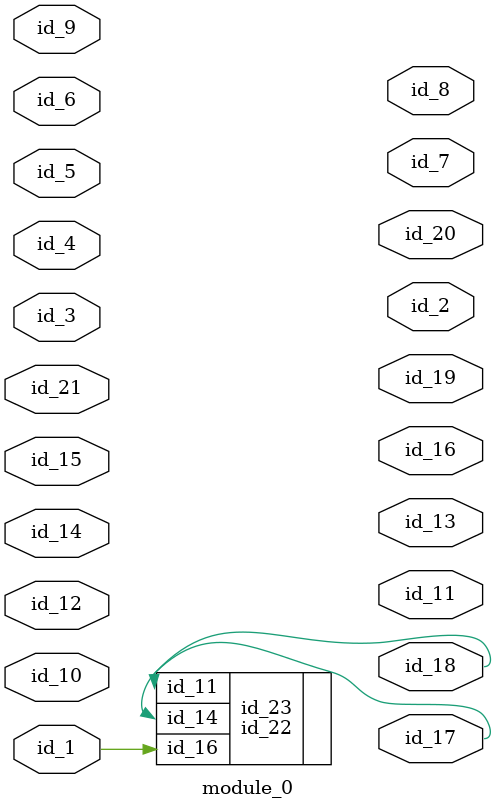
<source format=v>
`timescale 1ps / 1ps
module module_0 (
    id_1,
    id_2,
    id_3,
    id_4,
    id_5,
    id_6,
    id_7,
    id_8,
    id_9,
    id_10,
    id_11,
    id_12,
    id_13,
    id_14,
    id_15,
    id_16,
    id_17,
    id_18,
    id_19,
    id_20,
    id_21
);
  input id_21;
  output id_20;
  output id_19;
  output id_18;
  output id_17;
  output id_16;
  input id_15;
  input id_14;
  output id_13;
  input id_12;
  output id_11;
  input id_10;
  input id_9;
  output id_8;
  output id_7;
  input id_6;
  input id_5;
  input id_4;
  input id_3;
  output id_2;
  input id_1;
  id_22 id_23 (
      .id_14(id_17),
      .id_11(id_18),
      .id_16(id_1)
  );
endmodule

</source>
